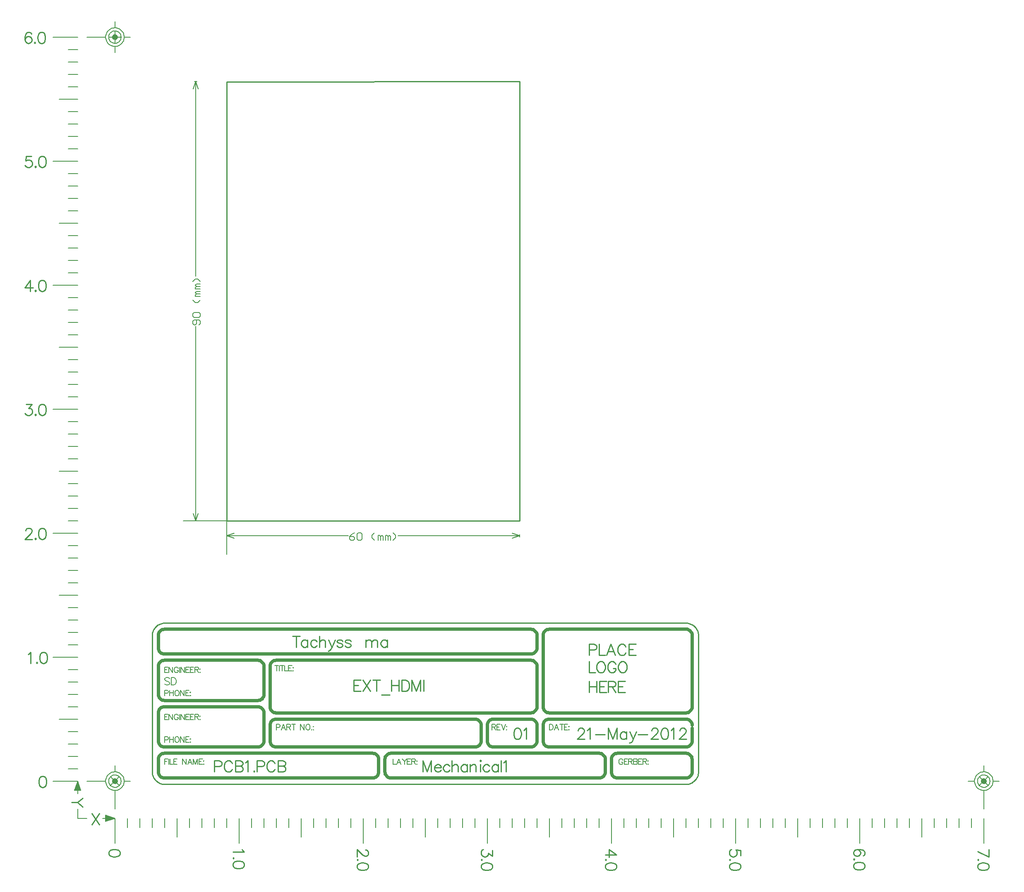
<source format=gm1>
%FSLAX44Y44*%
%MOMM*%
G71*
G01*
G75*
%ADD10R,0.5000X0.5000*%
%ADD11R,1.4000X1.2000*%
%ADD12R,0.5080X0.6350*%
%ADD13R,0.3000X0.9000*%
%ADD14R,0.9000X0.3000*%
%ADD15R,5.2000X5.2000*%
%ADD16R,1.6000X1.6000*%
%ADD17R,1.1000X0.6000*%
%ADD18R,6.7000X6.7000*%
%ADD19R,3.0000X1.6000*%
%ADD20R,2.6000X0.3000*%
%ADD21R,0.6350X0.5080*%
%ADD22R,0.6000X1.1000*%
%ADD23R,0.5000X1.0000*%
%ADD24C,0.5000*%
%ADD25C,0.3000*%
%ADD26C,0.2000*%
%ADD27C,0.2286*%
%ADD28C,0.6350*%
%ADD29C,0.2540*%
%ADD30C,0.2032*%
%ADD31C,0.2500*%
%ADD32C,0.1270*%
%ADD33C,0.1524*%
%ADD34C,2.4000*%
%ADD35R,1.6000X2.0000*%
%ADD36O,1.6000X2.0000*%
%ADD37C,6.0000*%
%ADD38C,2.3000*%
%ADD39C,3.3000*%
%ADD40C,2.0000*%
%ADD41R,2.0000X2.0000*%
%ADD42C,0.8000*%
%ADD43C,1.0000*%
%ADD44C,0.4000*%
%ADD45R,0.7000X0.7000*%
%ADD46R,1.6000X1.4000*%
%ADD47R,0.7080X0.8350*%
%ADD48R,0.5000X1.1000*%
%ADD49R,1.1000X0.5000*%
%ADD50R,5.4000X5.4000*%
%ADD51R,1.8000X1.8000*%
%ADD52R,1.3000X0.8000*%
%ADD53R,6.9000X6.9000*%
%ADD54R,3.2000X1.8000*%
%ADD55R,2.8000X0.5000*%
%ADD56R,0.8350X0.7080*%
%ADD57R,0.8000X1.3000*%
%ADD58R,0.7000X1.2000*%
%ADD59C,2.6000*%
%ADD60R,1.8000X2.2000*%
%ADD61O,1.8000X2.2000*%
%ADD62C,6.2000*%
%ADD63C,2.5000*%
%ADD64C,3.5000*%
%ADD65C,2.2000*%
%ADD66R,2.2000X2.2000*%
%ADD67C,1.2000*%
D26*
X2559398Y1850218D02*
Y1855298D01*
X1959398Y1850218D02*
Y1855298D01*
X2544158Y1847678D02*
X2559398Y1852758D01*
X2544158Y1857838D02*
X2559398Y1852758D01*
X1959398D02*
X1974638Y1847678D01*
X1959398Y1852758D02*
X1974638Y1857838D01*
X2310437Y1852758D02*
X2559398D01*
X1959398D02*
X2208359D01*
X1959398Y1814658D02*
Y1883238D01*
X1893358Y2783238D02*
X1898438D01*
X1893358Y1883238D02*
X1898438D01*
X1895898Y2783238D02*
X1900978Y2767998D01*
X1890818D02*
X1895898Y2783238D01*
Y1883238D02*
X1900978Y1898478D01*
X1890818D02*
X1895898Y1883238D01*
Y2384277D02*
Y2783238D01*
Y1883238D02*
Y2282199D01*
X1870498Y1883238D02*
X1959398D01*
D27*
X2101636Y1647013D02*
Y1624158D01*
X2094018Y1647013D02*
X2109254D01*
X2125035Y1639395D02*
Y1624158D01*
Y1636130D02*
X2122859Y1638306D01*
X2120682Y1639395D01*
X2117417D01*
X2115240Y1638306D01*
X2113064Y1636130D01*
X2111975Y1632865D01*
Y1630688D01*
X2113064Y1627423D01*
X2115240Y1625246D01*
X2117417Y1624158D01*
X2120682D01*
X2122859Y1625246D01*
X2125035Y1627423D01*
X2144190Y1636130D02*
X2142013Y1638306D01*
X2139837Y1639395D01*
X2136572D01*
X2134395Y1638306D01*
X2132218Y1636130D01*
X2131130Y1632865D01*
Y1630688D01*
X2132218Y1627423D01*
X2134395Y1625246D01*
X2136572Y1624158D01*
X2139837D01*
X2142013Y1625246D01*
X2144190Y1627423D01*
X2149088Y1647013D02*
Y1624158D01*
Y1635042D02*
X2152353Y1638306D01*
X2154529Y1639395D01*
X2157794D01*
X2159971Y1638306D01*
X2161059Y1635042D01*
Y1624158D01*
X2168134Y1639395D02*
X2174664Y1624158D01*
X2181194Y1639395D02*
X2174664Y1624158D01*
X2172487Y1619805D01*
X2170310Y1617628D01*
X2168134Y1616540D01*
X2167045D01*
X2196974Y1636130D02*
X2195886Y1638306D01*
X2192621Y1639395D01*
X2189356D01*
X2186091Y1638306D01*
X2185003Y1636130D01*
X2186091Y1633953D01*
X2188268Y1632865D01*
X2193709Y1631776D01*
X2195886Y1630688D01*
X2196974Y1628512D01*
Y1627423D01*
X2195886Y1625246D01*
X2192621Y1624158D01*
X2189356D01*
X2186091Y1625246D01*
X2185003Y1627423D01*
X2213735Y1636130D02*
X2212646Y1638306D01*
X2209382Y1639395D01*
X2206116D01*
X2202852Y1638306D01*
X2201763Y1636130D01*
X2202852Y1633953D01*
X2205028Y1632865D01*
X2210470Y1631776D01*
X2212646Y1630688D01*
X2213735Y1628512D01*
Y1627423D01*
X2212646Y1625246D01*
X2209382Y1624158D01*
X2206116D01*
X2202852Y1625246D01*
X2201763Y1627423D01*
X2243664Y1639395D02*
Y1624158D01*
Y1635042D02*
X2246929Y1638306D01*
X2249106Y1639395D01*
X2252371D01*
X2254548Y1638306D01*
X2255636Y1635042D01*
Y1624158D01*
Y1635042D02*
X2258901Y1638306D01*
X2261078Y1639395D01*
X2264343D01*
X2266519Y1638306D01*
X2267608Y1635042D01*
Y1624158D01*
X2287851Y1639395D02*
Y1624158D01*
Y1636130D02*
X2285674Y1638306D01*
X2283497Y1639395D01*
X2280232D01*
X2278056Y1638306D01*
X2275879Y1636130D01*
X2274791Y1632865D01*
Y1630688D01*
X2275879Y1627423D01*
X2278056Y1625246D01*
X2280232Y1624158D01*
X2283497D01*
X2285674Y1625246D01*
X2287851Y1627423D01*
X2233896Y1556843D02*
X2219748D01*
Y1533988D01*
X2233896D01*
X2219748Y1545960D02*
X2228454D01*
X2237705Y1556843D02*
X2252942Y1533988D01*
Y1556843D02*
X2237705Y1533988D01*
X2265676Y1556843D02*
Y1533988D01*
X2258057Y1556843D02*
X2273294D01*
X2276015Y1526370D02*
X2293428D01*
X2296367Y1556843D02*
Y1533988D01*
X2311603Y1556843D02*
Y1533988D01*
X2296367Y1545960D02*
X2311603D01*
X2317916Y1556843D02*
Y1533988D01*
Y1556843D02*
X2325534D01*
X2328799Y1555755D01*
X2330976Y1553578D01*
X2332064Y1551402D01*
X2333152Y1548136D01*
Y1542695D01*
X2332064Y1539430D01*
X2330976Y1537253D01*
X2328799Y1535076D01*
X2325534Y1533988D01*
X2317916D01*
X2338268Y1556843D02*
Y1533988D01*
Y1556843D02*
X2346974Y1533988D01*
X2355681Y1556843D02*
X2346974Y1533988D01*
X2355681Y1556843D02*
Y1533988D01*
X2362211Y1556843D02*
Y1533988D01*
X1933998Y1379772D02*
X1943793D01*
X1947058Y1380860D01*
X1948146Y1381948D01*
X1949234Y1384125D01*
Y1387390D01*
X1948146Y1389567D01*
X1947058Y1390655D01*
X1943793Y1391743D01*
X1933998D01*
Y1368888D01*
X1970675Y1386302D02*
X1969586Y1388478D01*
X1967410Y1390655D01*
X1965233Y1391743D01*
X1960880D01*
X1958703Y1390655D01*
X1956526Y1388478D01*
X1955438Y1386302D01*
X1954350Y1383036D01*
Y1377595D01*
X1955438Y1374330D01*
X1956526Y1372153D01*
X1958703Y1369977D01*
X1960880Y1368888D01*
X1965233D01*
X1967410Y1369977D01*
X1969586Y1372153D01*
X1970675Y1374330D01*
X1977096Y1391743D02*
Y1368888D01*
Y1391743D02*
X1986891D01*
X1990156Y1390655D01*
X1991244Y1389567D01*
X1992333Y1387390D01*
Y1385213D01*
X1991244Y1383036D01*
X1990156Y1381948D01*
X1986891Y1380860D01*
X1977096D02*
X1986891D01*
X1990156Y1379772D01*
X1991244Y1378683D01*
X1992333Y1376507D01*
Y1373241D01*
X1991244Y1371065D01*
X1990156Y1369977D01*
X1986891Y1368888D01*
X1977096D01*
X1997448Y1387390D02*
X1999624Y1388478D01*
X2002890Y1391743D01*
Y1368888D01*
X2015297Y1371065D02*
X2014208Y1369977D01*
X2015297Y1368888D01*
X2016385Y1369977D01*
X2015297Y1371065D01*
X2021391Y1379772D02*
X2031186D01*
X2034451Y1380860D01*
X2035540Y1381948D01*
X2036628Y1384125D01*
Y1387390D01*
X2035540Y1389567D01*
X2034451Y1390655D01*
X2031186Y1391743D01*
X2021391D01*
Y1368888D01*
X2058068Y1386302D02*
X2056980Y1388478D01*
X2054803Y1390655D01*
X2052627Y1391743D01*
X2048273D01*
X2046096Y1390655D01*
X2043920Y1388478D01*
X2042832Y1386302D01*
X2041743Y1383036D01*
Y1377595D01*
X2042832Y1374330D01*
X2043920Y1372153D01*
X2046096Y1369977D01*
X2048273Y1368888D01*
X2052627D01*
X2054803Y1369977D01*
X2056980Y1372153D01*
X2058068Y1374330D01*
X2064489Y1391743D02*
Y1368888D01*
Y1391743D02*
X2074285D01*
X2077549Y1390655D01*
X2078638Y1389567D01*
X2079726Y1387390D01*
Y1385213D01*
X2078638Y1383036D01*
X2077549Y1381948D01*
X2074285Y1380860D01*
X2064489D02*
X2074285D01*
X2077549Y1379772D01*
X2078638Y1378683D01*
X2079726Y1376507D01*
Y1373241D01*
X2078638Y1371065D01*
X2077549Y1369977D01*
X2074285Y1368888D01*
X2064489D01*
X2360718Y1391743D02*
Y1368888D01*
Y1391743D02*
X2369424Y1368888D01*
X2378131Y1391743D02*
X2369424Y1368888D01*
X2378131Y1391743D02*
Y1368888D01*
X2384661Y1377595D02*
X2397721D01*
Y1379772D01*
X2396633Y1381948D01*
X2395544Y1383036D01*
X2393368Y1384125D01*
X2390103D01*
X2387926Y1383036D01*
X2385750Y1380860D01*
X2384661Y1377595D01*
Y1375418D01*
X2385750Y1372153D01*
X2387926Y1369977D01*
X2390103Y1368888D01*
X2393368D01*
X2395544Y1369977D01*
X2397721Y1372153D01*
X2415679Y1380860D02*
X2413502Y1383036D01*
X2411325Y1384125D01*
X2408060D01*
X2405884Y1383036D01*
X2403707Y1380860D01*
X2402619Y1377595D01*
Y1375418D01*
X2403707Y1372153D01*
X2405884Y1369977D01*
X2408060Y1368888D01*
X2411325D01*
X2413502Y1369977D01*
X2415679Y1372153D01*
X2420576Y1391743D02*
Y1368888D01*
Y1379772D02*
X2423841Y1383036D01*
X2426018Y1384125D01*
X2429283D01*
X2431460Y1383036D01*
X2432548Y1379772D01*
Y1368888D01*
X2451594Y1384125D02*
Y1368888D01*
Y1380860D02*
X2449417Y1383036D01*
X2447240Y1384125D01*
X2443976D01*
X2441799Y1383036D01*
X2439622Y1380860D01*
X2438534Y1377595D01*
Y1375418D01*
X2439622Y1372153D01*
X2441799Y1369977D01*
X2443976Y1368888D01*
X2447240D01*
X2449417Y1369977D01*
X2451594Y1372153D01*
X2457689Y1384125D02*
Y1368888D01*
Y1379772D02*
X2460954Y1383036D01*
X2463130Y1384125D01*
X2466395D01*
X2468572Y1383036D01*
X2469660Y1379772D01*
Y1368888D01*
X2477823Y1391743D02*
X2478911Y1390655D01*
X2480000Y1391743D01*
X2478911Y1392832D01*
X2477823Y1391743D01*
X2478911Y1384125D02*
Y1368888D01*
X2497086Y1380860D02*
X2494910Y1383036D01*
X2492733Y1384125D01*
X2489468D01*
X2487291Y1383036D01*
X2485115Y1380860D01*
X2484026Y1377595D01*
Y1375418D01*
X2485115Y1372153D01*
X2487291Y1369977D01*
X2489468Y1368888D01*
X2492733D01*
X2494910Y1369977D01*
X2497086Y1372153D01*
X2515044Y1384125D02*
Y1368888D01*
Y1380860D02*
X2512867Y1383036D01*
X2510691Y1384125D01*
X2507426D01*
X2505249Y1383036D01*
X2503072Y1380860D01*
X2501984Y1377595D01*
Y1375418D01*
X2503072Y1372153D01*
X2505249Y1369977D01*
X2507426Y1368888D01*
X2510691D01*
X2512867Y1369977D01*
X2515044Y1372153D01*
X2521139Y1391743D02*
Y1368888D01*
X2525927Y1387390D02*
X2528104Y1388478D01*
X2531369Y1391743D01*
Y1368888D01*
X2553303Y1458418D02*
X2550038Y1457330D01*
X2547861Y1454065D01*
X2546773Y1448623D01*
Y1445358D01*
X2547861Y1439917D01*
X2550038Y1436651D01*
X2553303Y1435563D01*
X2555479D01*
X2558744Y1436651D01*
X2560921Y1439917D01*
X2562009Y1445358D01*
Y1448623D01*
X2560921Y1454065D01*
X2558744Y1457330D01*
X2555479Y1458418D01*
X2553303D01*
X2567125Y1454065D02*
X2569301Y1455153D01*
X2572566Y1458418D01*
Y1435563D01*
X2701078Y1618531D02*
X2710873D01*
X2714138Y1619620D01*
X2715226Y1620708D01*
X2716314Y1622885D01*
Y1626150D01*
X2715226Y1628327D01*
X2714138Y1629415D01*
X2710873Y1630503D01*
X2701078D01*
Y1607648D01*
X2721430Y1630503D02*
Y1607648D01*
X2734490D01*
X2754406D02*
X2745699Y1630503D01*
X2736993Y1607648D01*
X2740258Y1615267D02*
X2751141D01*
X2776064Y1625061D02*
X2774976Y1627238D01*
X2772799Y1629415D01*
X2770623Y1630503D01*
X2766269D01*
X2764092Y1629415D01*
X2761916Y1627238D01*
X2760827Y1625061D01*
X2759739Y1621797D01*
Y1616355D01*
X2760827Y1613090D01*
X2761916Y1610913D01*
X2764092Y1608737D01*
X2766269Y1607648D01*
X2770623D01*
X2772799Y1608737D01*
X2774976Y1610913D01*
X2776064Y1613090D01*
X2796634Y1630503D02*
X2782485D01*
Y1607648D01*
X2796634D01*
X2782485Y1619620D02*
X2791192D01*
X2701078Y1594943D02*
Y1572088D01*
X2714138D01*
X2723171Y1594943D02*
X2720994Y1593855D01*
X2718818Y1591678D01*
X2717729Y1589501D01*
X2716641Y1586237D01*
Y1580795D01*
X2717729Y1577530D01*
X2718818Y1575353D01*
X2720994Y1573177D01*
X2723171Y1572088D01*
X2727524D01*
X2729701Y1573177D01*
X2731878Y1575353D01*
X2732966Y1577530D01*
X2734054Y1580795D01*
Y1586237D01*
X2732966Y1589501D01*
X2731878Y1591678D01*
X2729701Y1593855D01*
X2727524Y1594943D01*
X2723171D01*
X2755712Y1589501D02*
X2754624Y1591678D01*
X2752447Y1593855D01*
X2750271Y1594943D01*
X2745917D01*
X2743741Y1593855D01*
X2741564Y1591678D01*
X2740475Y1589501D01*
X2739387Y1586237D01*
Y1580795D01*
X2740475Y1577530D01*
X2741564Y1575353D01*
X2743741Y1573177D01*
X2745917Y1572088D01*
X2750271D01*
X2752447Y1573177D01*
X2754624Y1575353D01*
X2755712Y1577530D01*
Y1580795D01*
X2750271D02*
X2755712D01*
X2767466Y1594943D02*
X2765290Y1593855D01*
X2763113Y1591678D01*
X2762025Y1589501D01*
X2760936Y1586237D01*
Y1580795D01*
X2762025Y1577530D01*
X2763113Y1575353D01*
X2765290Y1573177D01*
X2767466Y1572088D01*
X2771820D01*
X2773996Y1573177D01*
X2776173Y1575353D01*
X2777261Y1577530D01*
X2778350Y1580795D01*
Y1586237D01*
X2777261Y1589501D01*
X2776173Y1591678D01*
X2773996Y1593855D01*
X2771820Y1594943D01*
X2767466D01*
X2701078Y1554303D02*
Y1531448D01*
X2716314Y1554303D02*
Y1531448D01*
X2701078Y1543420D02*
X2716314D01*
X2736775Y1554303D02*
X2722627D01*
Y1531448D01*
X2736775D01*
X2722627Y1543420D02*
X2731334D01*
X2740584Y1554303D02*
Y1531448D01*
Y1554303D02*
X2750379D01*
X2753644Y1553215D01*
X2754733Y1552127D01*
X2755821Y1549950D01*
Y1547773D01*
X2754733Y1545596D01*
X2753644Y1544508D01*
X2750379Y1543420D01*
X2740584D01*
X2748203D02*
X2755821Y1531448D01*
X2775085Y1554303D02*
X2760936D01*
Y1531448D01*
X2775085D01*
X2760936Y1543420D02*
X2769643D01*
X2678036Y1452977D02*
Y1454065D01*
X2679124Y1456242D01*
X2680213Y1457330D01*
X2682390Y1458418D01*
X2686743D01*
X2688919Y1457330D01*
X2690008Y1456242D01*
X2691096Y1454065D01*
Y1451888D01*
X2690008Y1449711D01*
X2687831Y1446447D01*
X2676948Y1435563D01*
X2692184D01*
X2697299Y1454065D02*
X2699476Y1455153D01*
X2702741Y1458418D01*
Y1435563D01*
X2714060Y1445358D02*
X2733650D01*
X2740398Y1458418D02*
Y1435563D01*
Y1458418D02*
X2749105Y1435563D01*
X2757811Y1458418D02*
X2749105Y1435563D01*
X2757811Y1458418D02*
Y1435563D01*
X2777401Y1450800D02*
Y1435563D01*
Y1447535D02*
X2775225Y1449711D01*
X2773048Y1450800D01*
X2769783D01*
X2767606Y1449711D01*
X2765430Y1447535D01*
X2764341Y1444270D01*
Y1442093D01*
X2765430Y1438828D01*
X2767606Y1436651D01*
X2769783Y1435563D01*
X2773048D01*
X2775225Y1436651D01*
X2777401Y1438828D01*
X2784584Y1450800D02*
X2791115Y1435563D01*
X2797644Y1450800D02*
X2791115Y1435563D01*
X2788938Y1431210D01*
X2786761Y1429033D01*
X2784584Y1427945D01*
X2783496D01*
X2801454Y1445358D02*
X2821044D01*
X2828880Y1452977D02*
Y1454065D01*
X2829968Y1456242D01*
X2831057Y1457330D01*
X2833233Y1458418D01*
X2837586D01*
X2839763Y1457330D01*
X2840851Y1456242D01*
X2841940Y1454065D01*
Y1451888D01*
X2840851Y1449711D01*
X2838675Y1446447D01*
X2827791Y1435563D01*
X2843028D01*
X2854673Y1458418D02*
X2851408Y1457330D01*
X2849232Y1454065D01*
X2848143Y1448623D01*
Y1445358D01*
X2849232Y1439917D01*
X2851408Y1436651D01*
X2854673Y1435563D01*
X2856850D01*
X2860115Y1436651D01*
X2862292Y1439917D01*
X2863380Y1445358D01*
Y1448623D01*
X2862292Y1454065D01*
X2860115Y1457330D01*
X2856850Y1458418D01*
X2854673D01*
X2868495Y1454065D02*
X2870672Y1455153D01*
X2873937Y1458418D01*
Y1435563D01*
X2886344Y1452977D02*
Y1454065D01*
X2887432Y1456242D01*
X2888521Y1457330D01*
X2890697Y1458418D01*
X2895051D01*
X2897227Y1457330D01*
X2898316Y1456242D01*
X2899404Y1454065D01*
Y1451888D01*
X2898316Y1449711D01*
X2896139Y1446447D01*
X2885256Y1435563D01*
X2900492D01*
X1664753Y1314913D02*
X1653869Y1306206D01*
X1641898D01*
X1664753Y1297500D02*
X1653869Y1306206D01*
X1683173Y1283793D02*
X1698409Y1260938D01*
Y1283793D02*
X1683173Y1260938D01*
X3261688Y1197078D02*
X3263864Y1198166D01*
X3264953Y1201431D01*
Y1203608D01*
X3263864Y1206873D01*
X3260599Y1209050D01*
X3255158Y1210138D01*
X3249716D01*
X3245363Y1209050D01*
X3243186Y1206873D01*
X3242098Y1203608D01*
Y1202520D01*
X3243186Y1199255D01*
X3245363Y1197078D01*
X3248628Y1195990D01*
X3249716D01*
X3252981Y1197078D01*
X3255158Y1199255D01*
X3256246Y1202520D01*
Y1203608D01*
X3255158Y1206873D01*
X3252981Y1209050D01*
X3249716Y1210138D01*
X3244274Y1189895D02*
X3243186Y1190983D01*
X3242098Y1189895D01*
X3243186Y1188807D01*
X3244274Y1189895D01*
X3264953Y1177270D02*
X3263864Y1180535D01*
X3260599Y1182712D01*
X3255158Y1183800D01*
X3251893D01*
X3246451Y1182712D01*
X3243186Y1180535D01*
X3242098Y1177270D01*
Y1175094D01*
X3243186Y1171829D01*
X3246451Y1169652D01*
X3251893Y1168564D01*
X3255158D01*
X3260599Y1169652D01*
X3263864Y1171829D01*
X3264953Y1175094D01*
Y1177270D01*
X2756953Y1199255D02*
X2741716Y1210138D01*
Y1193813D01*
X2756953Y1199255D02*
X2734098D01*
X2736274Y1188698D02*
X2735186Y1189786D01*
X2734098Y1188698D01*
X2735186Y1187609D01*
X2736274Y1188698D01*
X2756953Y1176073D02*
X2755864Y1179338D01*
X2752599Y1181515D01*
X2747158Y1182603D01*
X2743893D01*
X2738451Y1181515D01*
X2735186Y1179338D01*
X2734098Y1176073D01*
Y1173896D01*
X2735186Y1170631D01*
X2738451Y1168455D01*
X2743893Y1167366D01*
X2747158D01*
X2752599Y1168455D01*
X2755864Y1170631D01*
X2756953Y1173896D01*
Y1176073D01*
X2243511Y1209050D02*
X2244599D01*
X2246776Y1207962D01*
X2247864Y1206873D01*
X2248953Y1204696D01*
Y1200343D01*
X2247864Y1198166D01*
X2246776Y1197078D01*
X2244599Y1195990D01*
X2242423D01*
X2240246Y1197078D01*
X2236981Y1199255D01*
X2226098Y1210138D01*
Y1194901D01*
X2228274Y1188698D02*
X2227186Y1189786D01*
X2226098Y1188698D01*
X2227186Y1187609D01*
X2228274Y1188698D01*
X2248953Y1176073D02*
X2247864Y1179338D01*
X2244599Y1181515D01*
X2239158Y1182603D01*
X2235893D01*
X2230451Y1181515D01*
X2227186Y1179338D01*
X2226098Y1176073D01*
Y1173896D01*
X2227186Y1170631D01*
X2230451Y1168455D01*
X2235893Y1167366D01*
X2239158D01*
X2244599Y1168455D01*
X2247864Y1170631D01*
X2248953Y1173896D01*
Y1176073D01*
X1740953Y1203608D02*
X1739864Y1206873D01*
X1736599Y1209050D01*
X1731158Y1210138D01*
X1727893D01*
X1722451Y1209050D01*
X1719186Y1206873D01*
X1718098Y1203608D01*
Y1201431D01*
X1719186Y1198166D01*
X1722451Y1195990D01*
X1727893Y1194901D01*
X1731158D01*
X1736599Y1195990D01*
X1739864Y1198166D01*
X1740953Y1201431D01*
Y1203608D01*
X1990599Y1210138D02*
X1991688Y1207962D01*
X1994953Y1204696D01*
X1972098D01*
X1974274Y1192289D02*
X1973186Y1193378D01*
X1972098Y1192289D01*
X1973186Y1191201D01*
X1974274Y1192289D01*
X1994953Y1179665D02*
X1993864Y1182930D01*
X1990599Y1185106D01*
X1985158Y1186195D01*
X1981893D01*
X1976451Y1185106D01*
X1973186Y1182930D01*
X1972098Y1179665D01*
Y1177488D01*
X1973186Y1174223D01*
X1976451Y1172046D01*
X1981893Y1170958D01*
X1985158D01*
X1990599Y1172046D01*
X1993864Y1174223D01*
X1994953Y1177488D01*
Y1179665D01*
X2502953Y1207962D02*
Y1195990D01*
X2494246Y1202520D01*
Y1199255D01*
X2493158Y1197078D01*
X2492069Y1195990D01*
X2488804Y1194901D01*
X2486628D01*
X2483363Y1195990D01*
X2481186Y1198166D01*
X2480098Y1201431D01*
Y1204696D01*
X2481186Y1207962D01*
X2482274Y1209050D01*
X2484451Y1210138D01*
X2482274Y1188698D02*
X2481186Y1189786D01*
X2480098Y1188698D01*
X2481186Y1187609D01*
X2482274Y1188698D01*
X2502953Y1176073D02*
X2501864Y1179338D01*
X2498599Y1181515D01*
X2493158Y1182603D01*
X2489893D01*
X2484451Y1181515D01*
X2481186Y1179338D01*
X2480098Y1176073D01*
Y1173896D01*
X2481186Y1170631D01*
X2484451Y1168455D01*
X2489893Y1167366D01*
X2493158D01*
X2498599Y1168455D01*
X2501864Y1170631D01*
X2502953Y1173896D01*
Y1176073D01*
X3010953Y1197078D02*
Y1207962D01*
X3001158Y1209050D01*
X3002246Y1207962D01*
X3003334Y1204696D01*
Y1201431D01*
X3002246Y1198166D01*
X3000069Y1195990D01*
X2996805Y1194901D01*
X2994628D01*
X2991363Y1195990D01*
X2989186Y1198166D01*
X2988098Y1201431D01*
Y1204696D01*
X2989186Y1207962D01*
X2990274Y1209050D01*
X2992451Y1210138D01*
X2990274Y1188698D02*
X2989186Y1189786D01*
X2988098Y1188698D01*
X2989186Y1187609D01*
X2990274Y1188698D01*
X3010953Y1176073D02*
X3009865Y1179338D01*
X3006599Y1181515D01*
X3001158Y1182603D01*
X2997893D01*
X2992451Y1181515D01*
X2989186Y1179338D01*
X2988098Y1176073D01*
Y1173896D01*
X2989186Y1170631D01*
X2992451Y1168455D01*
X2997893Y1167366D01*
X3001158D01*
X3006599Y1168455D01*
X3009865Y1170631D01*
X3010953Y1173896D01*
Y1176073D01*
X3518953Y1194901D02*
X3496098Y1205785D01*
X3518953Y1210138D02*
Y1194901D01*
X3498275Y1188698D02*
X3497186Y1189786D01*
X3496098Y1188698D01*
X3497186Y1187609D01*
X3498275Y1188698D01*
X3518953Y1176073D02*
X3517864Y1179338D01*
X3514599Y1181515D01*
X3509158Y1182603D01*
X3505893D01*
X3500451Y1181515D01*
X3497186Y1179338D01*
X3496098Y1176073D01*
Y1173896D01*
X3497186Y1170631D01*
X3500451Y1168455D01*
X3505893Y1167366D01*
X3509158D01*
X3514599Y1168455D01*
X3517864Y1170631D01*
X3518953Y1173896D01*
Y1176073D01*
X1559708Y2629993D02*
X1548824D01*
X1547736Y2620198D01*
X1548824Y2621287D01*
X1552089Y2622375D01*
X1555354D01*
X1558619Y2621287D01*
X1560796Y2619110D01*
X1561884Y2615845D01*
Y2613668D01*
X1560796Y2610403D01*
X1558619Y2608227D01*
X1555354Y2607138D01*
X1552089D01*
X1548824Y2608227D01*
X1547736Y2609315D01*
X1546648Y2611491D01*
X1568088Y2609315D02*
X1567000Y2608227D01*
X1568088Y2607138D01*
X1569176Y2608227D01*
X1568088Y2609315D01*
X1580713Y2629993D02*
X1577448Y2628905D01*
X1575271Y2625640D01*
X1574183Y2620198D01*
Y2616933D01*
X1575271Y2611491D01*
X1577448Y2608227D01*
X1580713Y2607138D01*
X1582889D01*
X1586154Y2608227D01*
X1588331Y2611491D01*
X1589419Y2616933D01*
Y2620198D01*
X1588331Y2625640D01*
X1586154Y2628905D01*
X1582889Y2629993D01*
X1580713D01*
X1548824Y2121993D02*
X1560796D01*
X1554266Y2113286D01*
X1557531D01*
X1559708Y2112198D01*
X1560796Y2111110D01*
X1561884Y2107845D01*
Y2105668D01*
X1560796Y2102403D01*
X1558619Y2100226D01*
X1555354Y2099138D01*
X1552089D01*
X1548824Y2100226D01*
X1547736Y2101315D01*
X1546648Y2103492D01*
X1568088Y2101315D02*
X1567000Y2100226D01*
X1568088Y2099138D01*
X1569176Y2100226D01*
X1568088Y2101315D01*
X1580713Y2121993D02*
X1577448Y2120905D01*
X1575271Y2117640D01*
X1574183Y2112198D01*
Y2108933D01*
X1575271Y2103492D01*
X1577448Y2100226D01*
X1580713Y2099138D01*
X1582889D01*
X1586154Y2100226D01*
X1588331Y2103492D01*
X1589419Y2108933D01*
Y2112198D01*
X1588331Y2117640D01*
X1586154Y2120905D01*
X1582889Y2121993D01*
X1580713D01*
X1552998Y1609640D02*
X1555174Y1610728D01*
X1558439Y1613993D01*
Y1591138D01*
X1570846Y1593315D02*
X1569758Y1592227D01*
X1570846Y1591138D01*
X1571935Y1592227D01*
X1570846Y1593315D01*
X1583471Y1613993D02*
X1580206Y1612905D01*
X1578029Y1609640D01*
X1576941Y1604198D01*
Y1600933D01*
X1578029Y1595491D01*
X1580206Y1592227D01*
X1583471Y1591138D01*
X1585648D01*
X1588913Y1592227D01*
X1591089Y1595491D01*
X1592178Y1600933D01*
Y1604198D01*
X1591089Y1609640D01*
X1588913Y1612905D01*
X1585648Y1613993D01*
X1583471D01*
X1581753Y1359993D02*
X1578488Y1358905D01*
X1576311Y1355640D01*
X1575223Y1350198D01*
Y1346933D01*
X1576311Y1341492D01*
X1578488Y1338226D01*
X1581753Y1337138D01*
X1583929D01*
X1587194Y1338226D01*
X1589371Y1341492D01*
X1590459Y1346933D01*
Y1350198D01*
X1589371Y1355640D01*
X1587194Y1358905D01*
X1583929Y1359993D01*
X1581753D01*
X1547736Y1862552D02*
Y1863640D01*
X1548824Y1865817D01*
X1549913Y1866905D01*
X1552089Y1867993D01*
X1556443D01*
X1558619Y1866905D01*
X1559708Y1865817D01*
X1560796Y1863640D01*
Y1861463D01*
X1559708Y1859286D01*
X1557531Y1856022D01*
X1546648Y1845138D01*
X1561884D01*
X1568088Y1847315D02*
X1567000Y1846227D01*
X1568088Y1845138D01*
X1569176Y1846227D01*
X1568088Y1847315D01*
X1580713Y1867993D02*
X1577448Y1866905D01*
X1575271Y1863640D01*
X1574183Y1858198D01*
Y1854933D01*
X1575271Y1849491D01*
X1577448Y1846227D01*
X1580713Y1845138D01*
X1582889D01*
X1586154Y1846227D01*
X1588331Y1849491D01*
X1589419Y1854933D01*
Y1858198D01*
X1588331Y1863640D01*
X1586154Y1866905D01*
X1582889Y1867993D01*
X1580713D01*
X1557531Y2375993D02*
X1546648Y2360757D01*
X1562973D01*
X1557531Y2375993D02*
Y2353138D01*
X1568088Y2355315D02*
X1567000Y2354227D01*
X1568088Y2353138D01*
X1569176Y2354227D01*
X1568088Y2355315D01*
X1580713Y2375993D02*
X1577448Y2374905D01*
X1575271Y2371640D01*
X1574183Y2366198D01*
Y2362933D01*
X1575271Y2357491D01*
X1577448Y2354227D01*
X1580713Y2353138D01*
X1582889D01*
X1586154Y2354227D01*
X1588331Y2357491D01*
X1589419Y2362933D01*
Y2366198D01*
X1588331Y2371640D01*
X1586154Y2374905D01*
X1582889Y2375993D01*
X1580713D01*
X1559708Y2880728D02*
X1558619Y2882905D01*
X1555354Y2883993D01*
X1553178D01*
X1549913Y2882905D01*
X1547736Y2879640D01*
X1546648Y2874198D01*
Y2868756D01*
X1547736Y2864403D01*
X1549913Y2862227D01*
X1553178Y2861138D01*
X1554266D01*
X1557531Y2862227D01*
X1559708Y2864403D01*
X1560796Y2867668D01*
Y2868756D01*
X1559708Y2872021D01*
X1557531Y2874198D01*
X1554266Y2875287D01*
X1553178D01*
X1549913Y2874198D01*
X1547736Y2872021D01*
X1546648Y2868756D01*
X1566891Y2863315D02*
X1565802Y2862227D01*
X1566891Y2861138D01*
X1567979Y2862227D01*
X1566891Y2863315D01*
X1579516Y2883993D02*
X1576250Y2882905D01*
X1574074Y2879640D01*
X1572986Y2874198D01*
Y2870933D01*
X1574074Y2865492D01*
X1576250Y2862227D01*
X1579516Y2861138D01*
X1581692D01*
X1584957Y2862227D01*
X1587134Y2865492D01*
X1588222Y2870933D01*
Y2874198D01*
X1587134Y2879640D01*
X1584957Y2882905D01*
X1581692Y2883993D01*
X1579516D01*
D28*
X2270548Y1394288D02*
X2270304Y1396766D01*
X2269581Y1399148D01*
X2268407Y1401344D01*
X2266828Y1403268D01*
X2264903Y1404848D01*
X2262708Y1406021D01*
X2260325Y1406744D01*
X2257848Y1406988D01*
X2258143Y1356187D02*
X2260604Y1356395D01*
X2262973Y1357094D01*
X2265153Y1358255D01*
X2267054Y1359833D01*
X2268597Y1361761D01*
X2269721Y1363960D01*
X2270379Y1366341D01*
X2270543Y1368806D01*
X2295948Y1406988D02*
X2293470Y1406744D01*
X2291088Y1406021D01*
X2288892Y1404848D01*
X2286967Y1403268D01*
X2285388Y1401344D01*
X2284214Y1399148D01*
X2283492Y1396766D01*
X2283248Y1394288D01*
Y1368888D02*
X2283486Y1366438D01*
X2284193Y1364079D01*
X2285342Y1361902D01*
X2286889Y1359987D01*
X2288777Y1358406D01*
X2290934Y1357220D01*
X2293280Y1356472D01*
X2295726Y1356190D01*
X2734098Y1394288D02*
X2733854Y1396766D01*
X2733131Y1399148D01*
X2731957Y1401344D01*
X2730378Y1403268D01*
X2728453Y1404848D01*
X2726258Y1406021D01*
X2723875Y1406744D01*
X2721398Y1406988D01*
X2721693Y1356187D02*
X2724154Y1356395D01*
X2726523Y1357094D01*
X2728703Y1358255D01*
X2730604Y1359833D01*
X2732148Y1361761D01*
X2733271Y1363960D01*
X2733929Y1366341D01*
X2734093Y1368806D01*
X2746798Y1368634D02*
X2747042Y1366179D01*
X2747766Y1363821D01*
X2748941Y1361652D01*
X2750520Y1359757D01*
X2752442Y1358211D01*
X2754632Y1357074D01*
X2757002Y1356392D01*
X2759461Y1356190D01*
X2759498Y1406988D02*
X2757020Y1406744D01*
X2754637Y1406021D01*
X2752442Y1404848D01*
X2750517Y1403268D01*
X2748938Y1401344D01*
X2747764Y1399148D01*
X2747042Y1396766D01*
X2746798Y1394288D01*
X2035598Y1585042D02*
X2035358Y1587470D01*
X2034650Y1589805D01*
X2033500Y1591957D01*
X2031952Y1593843D01*
X2030066Y1595391D01*
X2027915Y1596541D01*
X2025580Y1597249D01*
X2023152Y1597488D01*
X2023406Y1514938D02*
X2025784Y1515172D01*
X2028071Y1515866D01*
X2030179Y1516993D01*
X2032027Y1518509D01*
X2033543Y1520357D01*
X2034670Y1522464D01*
X2035363Y1524752D01*
X2035598Y1527130D01*
Y1489792D02*
X2035348Y1492274D01*
X2034608Y1494655D01*
X2033409Y1496842D01*
X2031797Y1498745D01*
X2029839Y1500289D01*
X2027612Y1501411D01*
X2025206Y1502068D01*
X2022717Y1502231D01*
X2048298Y1501984D02*
X2048537Y1499556D01*
X2049245Y1497221D01*
X2050395Y1495069D01*
X2051943Y1493183D01*
X2053829Y1491636D01*
X2055981Y1490486D01*
X2058316Y1489777D01*
X2060744Y1489538D01*
X2048298Y1432134D02*
X2048537Y1429706D01*
X2049245Y1427371D01*
X2050395Y1425220D01*
X2051943Y1423333D01*
X2053829Y1421786D01*
X2055981Y1420636D01*
X2058316Y1419927D01*
X2060744Y1419688D01*
X2023152D02*
X2025580Y1419927D01*
X2027915Y1420636D01*
X2030066Y1421786D01*
X2031952Y1423333D01*
X2033500Y1425220D01*
X2034650Y1427371D01*
X2035358Y1429706D01*
X2035598Y1432134D01*
X2480098Y1464392D02*
X2479859Y1466820D01*
X2479150Y1469155D01*
X2478000Y1471307D01*
X2476452Y1473193D01*
X2474566Y1474741D01*
X2472415Y1475891D01*
X2470080Y1476599D01*
X2467652Y1476838D01*
Y1419688D02*
X2470106Y1419933D01*
X2472465Y1420656D01*
X2474634Y1421831D01*
X2476529Y1423411D01*
X2478075Y1425333D01*
X2479212Y1427522D01*
X2479894Y1429893D01*
X2480096Y1432351D01*
X2492798Y1432642D02*
X2493041Y1430143D01*
X2493762Y1427737D01*
X2494934Y1425516D01*
X2496512Y1423563D01*
X2498438Y1421950D01*
X2500638Y1420740D01*
X2503031Y1419977D01*
X2505526Y1419690D01*
X2504990Y1476838D02*
X2502533Y1476588D01*
X2500177Y1475848D01*
X2498018Y1474648D01*
X2496146Y1473039D01*
X2494636Y1471084D01*
X2493551Y1468866D01*
X2492936Y1466474D01*
X2492814Y1464008D01*
X2060998Y1476838D02*
X2058520Y1476594D01*
X2056138Y1475871D01*
X2053942Y1474698D01*
X2052017Y1473118D01*
X2050438Y1471194D01*
X2049264Y1468998D01*
X2048542Y1466616D01*
X2048298Y1464138D01*
X2060998Y1597488D02*
X2058520Y1597244D01*
X2056138Y1596521D01*
X2053942Y1595348D01*
X2052017Y1593768D01*
X2050438Y1591844D01*
X2049264Y1589648D01*
X2048542Y1587266D01*
X2048298Y1584788D01*
X1819698Y1432388D02*
X1819936Y1429938D01*
X1820643Y1427579D01*
X1821792Y1425402D01*
X1823339Y1423487D01*
X1825227Y1421906D01*
X1827384Y1420719D01*
X1829730Y1419971D01*
X1832176Y1419690D01*
X1832398Y1502238D02*
X1829920Y1501994D01*
X1827538Y1501271D01*
X1825342Y1500098D01*
X1823417Y1498518D01*
X1821838Y1496594D01*
X1820664Y1494398D01*
X1819942Y1492016D01*
X1819698Y1489538D01*
Y1527638D02*
X1819942Y1525161D01*
X1820664Y1522778D01*
X1821838Y1520582D01*
X1823417Y1518658D01*
X1825342Y1517079D01*
X1827538Y1515905D01*
X1829920Y1515182D01*
X1832398Y1514938D01*
Y1597488D02*
X1829920Y1597244D01*
X1827538Y1596521D01*
X1825342Y1595348D01*
X1823417Y1593768D01*
X1821838Y1591844D01*
X1820664Y1589648D01*
X1819942Y1587266D01*
X1819698Y1584788D01*
Y1622888D02*
X1819942Y1620410D01*
X1820664Y1618028D01*
X1821838Y1615832D01*
X1823417Y1613908D01*
X1825342Y1612328D01*
X1827538Y1611155D01*
X1829920Y1610432D01*
X1832398Y1610188D01*
Y1660988D02*
X1829920Y1660744D01*
X1827538Y1660021D01*
X1825342Y1658848D01*
X1823417Y1657268D01*
X1821838Y1655344D01*
X1820664Y1653148D01*
X1819942Y1650766D01*
X1819698Y1648288D01*
X2594398D02*
X2594154Y1650766D01*
X2593431Y1653148D01*
X2592257Y1655344D01*
X2590678Y1657268D01*
X2588753Y1658848D01*
X2586558Y1660021D01*
X2584175Y1660744D01*
X2581698Y1660988D01*
X2619798D02*
X2617320Y1660744D01*
X2614938Y1660021D01*
X2612742Y1658848D01*
X2610817Y1657268D01*
X2609238Y1655344D01*
X2608064Y1653148D01*
X2607342Y1650766D01*
X2607098Y1648288D01*
X2581698Y1610188D02*
X2584175Y1610432D01*
X2586558Y1611155D01*
X2588753Y1612328D01*
X2590678Y1613908D01*
X2592257Y1615832D01*
X2593431Y1618028D01*
X2594154Y1620410D01*
X2594398Y1622888D01*
Y1584788D02*
X2594154Y1587266D01*
X2593431Y1589648D01*
X2592257Y1591844D01*
X2590678Y1593768D01*
X2588753Y1595348D01*
X2586558Y1596521D01*
X2584175Y1597244D01*
X2581698Y1597488D01*
X1832398Y1406988D02*
X1829920Y1406744D01*
X1827538Y1406021D01*
X1825342Y1404848D01*
X1823417Y1403268D01*
X1821838Y1401344D01*
X1820664Y1399148D01*
X1819942Y1396766D01*
X1819698Y1394288D01*
X2581919Y1489538D02*
X2584366Y1489819D01*
X2586712Y1490567D01*
X2588870Y1491754D01*
X2590758Y1493335D01*
X2592305Y1495250D01*
X2593454Y1497428D01*
X2594161Y1499787D01*
X2594400Y1502238D01*
X1819698Y1368888D02*
X1819936Y1366438D01*
X1820643Y1364079D01*
X1821792Y1361902D01*
X1823339Y1359987D01*
X1825227Y1358406D01*
X1827384Y1357220D01*
X1829730Y1356472D01*
X1832176Y1356190D01*
X2594398Y1464392D02*
X2594159Y1466820D01*
X2593450Y1469155D01*
X2592300Y1471307D01*
X2590752Y1473193D01*
X2588866Y1474741D01*
X2586714Y1475891D01*
X2584380Y1476599D01*
X2581952Y1476838D01*
X2607098Y1432134D02*
X2607342Y1429679D01*
X2608066Y1427321D01*
X2609241Y1425152D01*
X2610820Y1423257D01*
X2612742Y1421711D01*
X2614932Y1420574D01*
X2617302Y1419892D01*
X2619761Y1419690D01*
X2581698Y1419688D02*
X2584175Y1419932D01*
X2586558Y1420655D01*
X2588753Y1421828D01*
X2590678Y1423408D01*
X2592257Y1425332D01*
X2593431Y1427528D01*
X2594154Y1429910D01*
X2594398Y1432388D01*
X2899198Y1356188D02*
X2901675Y1356432D01*
X2904058Y1357155D01*
X2906253Y1358329D01*
X2908178Y1359908D01*
X2909757Y1361832D01*
X2910931Y1364028D01*
X2911654Y1366411D01*
X2911898Y1368888D01*
X2911898Y1394510D02*
X2911617Y1396956D01*
X2910869Y1399302D01*
X2909682Y1401460D01*
X2908101Y1403348D01*
X2906186Y1404896D01*
X2904008Y1406045D01*
X2901649Y1406752D01*
X2899198Y1406991D01*
Y1419688D02*
X2901675Y1419932D01*
X2904058Y1420655D01*
X2906253Y1421828D01*
X2908178Y1423408D01*
X2909757Y1425332D01*
X2910931Y1427528D01*
X2911654Y1429910D01*
X2911898Y1432388D01*
Y1648542D02*
X2911648Y1651024D01*
X2910908Y1653405D01*
X2909709Y1655592D01*
X2908098Y1657495D01*
X2906139Y1659039D01*
X2903912Y1660161D01*
X2901506Y1660818D01*
X2899017Y1660981D01*
X2607098Y1502238D02*
X2607342Y1499760D01*
X2608064Y1497378D01*
X2609238Y1495182D01*
X2610817Y1493258D01*
X2612742Y1491678D01*
X2614938Y1490505D01*
X2617320Y1489782D01*
X2619798Y1489538D01*
X2899198D02*
X2901675Y1489782D01*
X2904058Y1490505D01*
X2906253Y1491678D01*
X2908178Y1493258D01*
X2909757Y1495182D01*
X2910931Y1497378D01*
X2911654Y1499760D01*
X2911898Y1502238D01*
X2619798Y1476838D02*
X2617320Y1476594D01*
X2614938Y1475871D01*
X2612742Y1474698D01*
X2610817Y1473118D01*
X2609238Y1471194D01*
X2608064Y1468998D01*
X2607342Y1466616D01*
X2607098Y1464138D01*
X2911898Y1464392D02*
X2911659Y1466820D01*
X2910950Y1469155D01*
X2909800Y1471307D01*
X2908252Y1473193D01*
X2906366Y1474741D01*
X2904214Y1475891D01*
X2901880Y1476599D01*
X2899452Y1476838D01*
X2607098Y1432388D02*
Y1464138D01*
X2911898Y1502238D02*
Y1648288D01*
X2607098Y1502238D02*
Y1648288D01*
X1819698Y1368888D02*
Y1394288D01*
X2911898Y1432388D02*
Y1457788D01*
Y1368888D02*
Y1394288D01*
X2594398Y1432388D02*
Y1464138D01*
X2492798Y1432388D02*
Y1464138D01*
X2048298Y1432388D02*
Y1464138D01*
X2480098Y1432388D02*
Y1464138D01*
X2048298Y1502238D02*
Y1584788D01*
X2594398Y1502238D02*
Y1584788D01*
Y1622888D02*
Y1648288D01*
X1819698Y1622888D02*
Y1648288D01*
X2035598Y1527638D02*
Y1584788D01*
X1819698Y1527638D02*
Y1584788D01*
X2035598Y1432388D02*
Y1489538D01*
X1819698Y1432388D02*
Y1489538D01*
X2746798Y1368888D02*
Y1394288D01*
X2734098Y1368888D02*
Y1394288D01*
X2283248Y1368888D02*
Y1394288D01*
X2270548Y1368888D02*
Y1394288D01*
X2619798Y1476838D02*
X2899198D01*
X2619798Y1489538D02*
X2899198D01*
X2060998D02*
X2581698D01*
X2619798Y1660988D02*
X2899198D01*
X2619798Y1419688D02*
X2899198D01*
X2505498Y1476838D02*
X2581698D01*
X2505498Y1419688D02*
X2581698D01*
X2060998D02*
X2467398D01*
X2060998Y1476838D02*
X2467398D01*
X2060998Y1597488D02*
X2581698D01*
X1832398Y1610188D02*
X2581698D01*
X1832398Y1597488D02*
X2022898D01*
X1832398Y1514938D02*
X2022898D01*
X1832398Y1502238D02*
X2022898D01*
X1832398Y1419688D02*
X2022898D01*
X1832398Y1660988D02*
X2581698D01*
X2759498Y1406988D02*
X2899198D01*
X2759498Y1356188D02*
X2899198D01*
X2295948Y1406988D02*
X2721398D01*
X1832398D02*
X2257848D01*
X1832398Y1356188D02*
X2257848D01*
X2295948D02*
X2721398D01*
D29*
X2924598Y1648288D02*
X2924475Y1650778D01*
X2924109Y1653243D01*
X2923504Y1655661D01*
X2922664Y1658008D01*
X2921599Y1660262D01*
X2920317Y1662400D01*
X2918832Y1664402D01*
X2917158Y1666249D01*
X2915311Y1667923D01*
X2913309Y1669408D01*
X2911171Y1670689D01*
X2908918Y1671755D01*
X2906571Y1672594D01*
X2904153Y1673200D01*
X2901687Y1673566D01*
X2899198Y1673688D01*
Y1343488D02*
X2901687Y1343610D01*
X2904153Y1343976D01*
X2906571Y1344582D01*
X2908918Y1345422D01*
X2911171Y1346487D01*
X2913309Y1347769D01*
X2915311Y1349254D01*
X2917158Y1350928D01*
X2918832Y1352775D01*
X2920317Y1354777D01*
X2921599Y1356915D01*
X2922664Y1359168D01*
X2923504Y1361515D01*
X2924109Y1363933D01*
X2924475Y1366398D01*
X2924598Y1368888D01*
X1806998Y1369142D02*
X1807119Y1366655D01*
X1807480Y1364192D01*
X1808078Y1361776D01*
X1808908Y1359428D01*
X1809961Y1357173D01*
X1811228Y1355029D01*
X1812697Y1353019D01*
X1814354Y1351161D01*
X1816183Y1349472D01*
X1818167Y1347968D01*
X1820288Y1346664D01*
X1822525Y1345571D01*
X1824857Y1344701D01*
X1827263Y1344060D01*
X1829720Y1343656D01*
X1832204Y1343492D01*
X1832398Y1673688D02*
X1829908Y1673566D01*
X1827442Y1673200D01*
X1825024Y1672594D01*
X1822677Y1671755D01*
X1820424Y1670689D01*
X1818286Y1669408D01*
X1816284Y1667923D01*
X1814437Y1666249D01*
X1812763Y1664402D01*
X1811278Y1662400D01*
X1809997Y1660262D01*
X1808931Y1658008D01*
X1808091Y1655661D01*
X1807486Y1653243D01*
X1807120Y1650778D01*
X1806998Y1648288D01*
Y1368888D02*
Y1648288D01*
X2924598Y1368888D02*
Y1648288D01*
X1832398Y1673688D02*
X2899198D01*
X1832398Y1343488D02*
X2899198D01*
D30*
X1734610Y1349836D02*
X1733719Y1352285D01*
X1731462Y1353588D01*
X1728895Y1353135D01*
X1727220Y1351139D01*
Y1348533D01*
X1728895Y1346536D01*
X1731462Y1346084D01*
X1733719Y1347387D01*
X1734610Y1349836D01*
X1733340D02*
X1732070Y1352035D01*
X1729530D01*
X1728260Y1349836D01*
X1729530Y1347636D01*
X1732070D01*
X1733340Y1349836D01*
X1735880D02*
X1735298Y1352196D01*
X1733686Y1354016D01*
X1731413Y1354879D01*
X1728999Y1354586D01*
X1726998Y1353204D01*
X1725868Y1351051D01*
Y1348620D01*
X1726998Y1346467D01*
X1728999Y1345086D01*
X1731413Y1344793D01*
X1733686Y1345655D01*
X1735298Y1347475D01*
X1735880Y1349836D01*
X1732070D02*
X1730165Y1350935D01*
Y1348736D01*
X1732070Y1349836D01*
X1731435D02*
X1730165D01*
X1731435D01*
X1749850D02*
X1749680Y1352375D01*
X1749173Y1354868D01*
X1748339Y1357272D01*
X1747191Y1359544D01*
X1745751Y1361642D01*
X1744044Y1363529D01*
X1742100Y1365172D01*
X1739955Y1366541D01*
X1737647Y1367613D01*
X1735216Y1368367D01*
X1732707Y1368790D01*
X1730164Y1368875D01*
X1727632Y1368620D01*
X1725156Y1368030D01*
X1722781Y1367116D01*
X1720550Y1365893D01*
X1718501Y1364383D01*
X1716672Y1362614D01*
X1715095Y1360617D01*
X1713798Y1358427D01*
X1712804Y1356084D01*
X1712132Y1353630D01*
X1711793Y1351108D01*
Y1348563D01*
X1712132Y1346041D01*
X1712804Y1343587D01*
X1713798Y1341244D01*
X1715095Y1339054D01*
X1716672Y1337057D01*
X1718501Y1335288D01*
X1720550Y1333779D01*
X1722781Y1332556D01*
X1725156Y1331641D01*
X1727632Y1331051D01*
X1730164Y1330796D01*
X1732707Y1330881D01*
X1735216Y1331305D01*
X1737647Y1332059D01*
X1739955Y1333130D01*
X1742100Y1334499D01*
X1744044Y1336142D01*
X1745751Y1338029D01*
X1747191Y1340127D01*
X1748339Y1342399D01*
X1749173Y1344803D01*
X1749680Y1347296D01*
X1749850Y1349836D01*
X1743500D02*
X1743240Y1352392D01*
X1742471Y1354844D01*
X1741224Y1357091D01*
X1739550Y1359041D01*
X1737518Y1360613D01*
X1735211Y1361745D01*
X1732723Y1362389D01*
X1730157Y1362519D01*
X1727617Y1362130D01*
X1725207Y1361238D01*
X1723026Y1359879D01*
X1721164Y1358108D01*
X1719696Y1355999D01*
X1718683Y1353638D01*
X1718165Y1351120D01*
Y1348551D01*
X1718683Y1346034D01*
X1719696Y1343672D01*
X1721164Y1341563D01*
X1723026Y1339793D01*
X1725207Y1338434D01*
X1727617Y1337541D01*
X1730157Y1337152D01*
X1732723Y1337282D01*
X1735211Y1337926D01*
X1737518Y1339058D01*
X1739550Y1340631D01*
X1741224Y1342581D01*
X1742471Y1344827D01*
X1743240Y1347279D01*
X1743500Y1349836D01*
X1743498Y2873838D02*
X1743238Y2876395D01*
X1742468Y2878846D01*
X1741221Y2881093D01*
X1739547Y2883043D01*
X1737516Y2884616D01*
X1735208Y2885748D01*
X1732721Y2886392D01*
X1730154Y2886522D01*
X1727614Y2886133D01*
X1725205Y2885240D01*
X1723024Y2883881D01*
X1721161Y2882111D01*
X1719693Y2880002D01*
X1718680Y2877640D01*
X1718163Y2875123D01*
Y2872553D01*
X1718680Y2870036D01*
X1719693Y2867675D01*
X1721161Y2865566D01*
X1723024Y2863795D01*
X1725205Y2862436D01*
X1727614Y2861544D01*
X1730154Y2861154D01*
X1732721Y2861284D01*
X1735208Y2861929D01*
X1737516Y2863060D01*
X1739548Y2864633D01*
X1741221Y2866583D01*
X1742468Y2868830D01*
X1743238Y2871282D01*
X1743498Y2873838D01*
X1735878D02*
X1735296Y2876199D01*
X1733683Y2878019D01*
X1731410Y2878881D01*
X1728996Y2878588D01*
X1726995Y2877207D01*
X1725865Y2875054D01*
Y2872622D01*
X1726995Y2870469D01*
X1728996Y2869088D01*
X1731410Y2868795D01*
X1733683Y2869657D01*
X1735296Y2871477D01*
X1735878Y2873838D01*
X1734608D02*
X1733716Y2876287D01*
X1731459Y2877590D01*
X1728893Y2877138D01*
X1727217Y2875141D01*
Y2872535D01*
X1728893Y2870539D01*
X1731459Y2870086D01*
X1733716Y2871389D01*
X1734608Y2873838D01*
X1733338D02*
X1732068Y2876038D01*
X1729528D01*
X1728258Y2873838D01*
X1729528Y2871638D01*
X1732068D01*
X1733338Y2873838D01*
X1732068D02*
X1730163Y2874938D01*
Y2872738D01*
X1732068Y2873838D01*
X1731433D02*
X1730163D01*
X1731433D01*
X1749848D02*
X1749678Y2876377D01*
X1749171Y2878871D01*
X1748336Y2881275D01*
X1747188Y2883546D01*
X1745748Y2885645D01*
X1744041Y2887532D01*
X1742098Y2889175D01*
X1739953Y2890544D01*
X1737644Y2891615D01*
X1735214Y2892369D01*
X1732704Y2892792D01*
X1730161Y2892878D01*
X1727629Y2892623D01*
X1725154Y2892033D01*
X1722779Y2891118D01*
X1720547Y2889895D01*
X1718499Y2888386D01*
X1716669Y2886617D01*
X1715092Y2884619D01*
X1713795Y2882430D01*
X1712802Y2880087D01*
X1712129Y2877633D01*
X1711790Y2875110D01*
Y2872566D01*
X1712129Y2870044D01*
X1712802Y2867589D01*
X1713795Y2865246D01*
X1715092Y2863057D01*
X1716669Y2861060D01*
X1718499Y2859290D01*
X1720547Y2857781D01*
X1722779Y2856558D01*
X1725154Y2855643D01*
X1727629Y2855053D01*
X1730161Y2854799D01*
X1732704Y2854884D01*
X1735214Y2855307D01*
X1737644Y2856061D01*
X1739953Y2857132D01*
X1742098Y2858502D01*
X1744041Y2860145D01*
X1745748Y2862032D01*
X1747188Y2864130D01*
X1748336Y2866401D01*
X1749171Y2868805D01*
X1749678Y2871299D01*
X1749848Y2873838D01*
X3511340Y1349836D02*
X3510070Y1352035D01*
X3507530D01*
X3506260Y1349836D01*
X3507530Y1347636D01*
X3510070D01*
X3511340Y1349836D01*
X3512610D02*
X3511719Y1352285D01*
X3509462Y1353588D01*
X3506895Y1353135D01*
X3505220Y1351139D01*
Y1348533D01*
X3506895Y1346536D01*
X3509462Y1346084D01*
X3511719Y1347387D01*
X3512610Y1349836D01*
X3513880D02*
X3513298Y1352196D01*
X3511686Y1354016D01*
X3509413Y1354879D01*
X3506999Y1354586D01*
X3504998Y1353204D01*
X3503868Y1351051D01*
Y1348620D01*
X3504998Y1346467D01*
X3506999Y1345086D01*
X3509413Y1344793D01*
X3511686Y1345655D01*
X3513298Y1347475D01*
X3513880Y1349836D01*
X3510070D02*
X3508165Y1350935D01*
Y1348736D01*
X3510070Y1349836D01*
X3509435D02*
X3508165D01*
X3509435D01*
X3527850D02*
X3527680Y1352375D01*
X3527173Y1354868D01*
X3526339Y1357272D01*
X3525191Y1359544D01*
X3523751Y1361642D01*
X3522043Y1363529D01*
X3520100Y1365172D01*
X3517955Y1366541D01*
X3515647Y1367613D01*
X3513216Y1368367D01*
X3510707Y1368790D01*
X3508164Y1368875D01*
X3505632Y1368620D01*
X3503156Y1368030D01*
X3500781Y1367116D01*
X3498550Y1365893D01*
X3496501Y1364383D01*
X3494672Y1362614D01*
X3493094Y1360617D01*
X3491798Y1358427D01*
X3490804Y1356084D01*
X3490132Y1353630D01*
X3489793Y1351108D01*
Y1348563D01*
X3490132Y1346041D01*
X3490804Y1343587D01*
X3491798Y1341244D01*
X3493094Y1339054D01*
X3494672Y1337057D01*
X3496501Y1335288D01*
X3498550Y1333779D01*
X3500781Y1332556D01*
X3503156Y1331641D01*
X3505632Y1331051D01*
X3508164Y1330796D01*
X3510707Y1330881D01*
X3513216Y1331305D01*
X3515647Y1332059D01*
X3517955Y1333130D01*
X3520100Y1334499D01*
X3522044Y1336142D01*
X3523751Y1338029D01*
X3525191Y1340127D01*
X3526339Y1342399D01*
X3527173Y1344803D01*
X3527680Y1347296D01*
X3527850Y1349836D01*
X3521500D02*
X3521240Y1352392D01*
X3520471Y1354844D01*
X3519224Y1357091D01*
X3517550Y1359041D01*
X3515518Y1360613D01*
X3513211Y1361745D01*
X3510723Y1362389D01*
X3508157Y1362519D01*
X3505617Y1362130D01*
X3503207Y1361238D01*
X3501027Y1359879D01*
X3499164Y1358108D01*
X3497696Y1355999D01*
X3496683Y1353638D01*
X3496165Y1351120D01*
Y1348551D01*
X3496683Y1346034D01*
X3497696Y1343672D01*
X3499164Y1341563D01*
X3501027Y1339793D01*
X3503207Y1338434D01*
X3505617Y1337541D01*
X3508157Y1337152D01*
X3510723Y1337282D01*
X3513211Y1337926D01*
X3515518Y1339058D01*
X3517550Y1340631D01*
X3519224Y1342581D01*
X3520471Y1344827D01*
X3521240Y1347279D01*
X3521500Y1349836D01*
X1715558Y1272495D02*
X1718860Y1273638D01*
X1715558Y1274781D02*
X1718860Y1273638D01*
X1712891Y1268685D02*
X1727623Y1273638D01*
X1712891Y1278591D02*
X1727623Y1273638D01*
X1714669Y1271225D02*
X1721781Y1273638D01*
X1714669Y1276051D02*
X1721781Y1273638D01*
X1654598Y1337900D02*
X1655741Y1334598D01*
X1653455D02*
X1654598Y1337900D01*
Y1346663D02*
X1659551Y1331931D01*
X1649645D02*
X1654598Y1346663D01*
Y1340821D02*
X1657011Y1333709D01*
X1652185D02*
X1654598Y1340821D01*
Y1343742D02*
X1658281Y1332820D01*
X1650915D02*
X1654598Y1343742D01*
X1648248Y1330788D02*
X1654598Y1349838D01*
X1660948Y1330788D01*
X1713780Y1269955D02*
X1724702Y1273638D01*
X1713780Y1277321D02*
X1724702Y1273638D01*
X1711748Y1279988D02*
X1730798Y1273638D01*
X1711748Y1267288D02*
X1730798Y1273638D01*
X3499908Y1358728D02*
X3508798Y1349838D01*
X3517688Y1340948D01*
X1721908Y1358728D02*
X1730798Y1349838D01*
X1739688Y1340948D01*
X3508798Y1349838D02*
X3517688Y1358728D01*
X3499908Y1340948D02*
X3508798Y1349838D01*
X1721908Y1340948D02*
X1730798Y1349838D01*
X1739688Y1358728D01*
X3508800Y1292686D02*
Y1330786D01*
Y1368886D02*
Y1381586D01*
X1730798Y2842088D02*
Y2854788D01*
Y2892888D02*
Y2905588D01*
Y2873838D02*
Y2886538D01*
Y2861138D02*
Y2873838D01*
X3508798Y1222838D02*
Y1273638D01*
X3483398Y1254588D02*
Y1273638D01*
X3457998Y1254588D02*
Y1273638D01*
X3432598Y1254588D02*
Y1273638D01*
X3407198Y1254588D02*
Y1273638D01*
X3381798Y1235538D02*
Y1273638D01*
X3356398Y1254588D02*
Y1273638D01*
X3330998Y1254588D02*
Y1273638D01*
X3305598Y1254588D02*
Y1273638D01*
X3280198Y1254588D02*
Y1273638D01*
X3254798Y1222838D02*
Y1273638D01*
X3229398Y1254588D02*
Y1273638D01*
X3203998Y1254588D02*
Y1273638D01*
X3178598Y1254588D02*
Y1273638D01*
X3153198Y1254588D02*
Y1273638D01*
X3127798Y1235538D02*
Y1273638D01*
X3102398Y1254588D02*
Y1273638D01*
X3076998Y1254588D02*
Y1273638D01*
X3051598Y1254588D02*
Y1273638D01*
X3026198Y1254588D02*
Y1273638D01*
X3000798Y1222838D02*
Y1273638D01*
X2975398Y1254588D02*
Y1273638D01*
X2949998Y1254588D02*
Y1273638D01*
X2924598Y1254588D02*
Y1273638D01*
X2899198Y1254588D02*
Y1273638D01*
X2873798Y1235538D02*
Y1273638D01*
X2848398Y1254588D02*
Y1273638D01*
X2822998Y1254588D02*
Y1273638D01*
X2797598Y1254588D02*
Y1273638D01*
X2772198Y1254588D02*
Y1273638D01*
X2746798Y1222838D02*
Y1273638D01*
X2721398Y1254588D02*
Y1273638D01*
X2695998Y1254588D02*
Y1273638D01*
X2670598Y1254588D02*
Y1273638D01*
X2645198Y1254588D02*
Y1273638D01*
X2619798Y1235538D02*
Y1273638D01*
X2594398Y1254588D02*
Y1273638D01*
X2568998Y1254588D02*
Y1273638D01*
X2543598Y1254588D02*
Y1273638D01*
X2518198Y1254588D02*
Y1273638D01*
X2492798Y1222838D02*
Y1273638D01*
X2467398Y1254588D02*
Y1273638D01*
X2441998Y1254588D02*
Y1273638D01*
X2416598Y1254588D02*
Y1273638D01*
X2391198Y1254588D02*
Y1273638D01*
X2365798Y1235538D02*
Y1273638D01*
X2340398Y1254588D02*
Y1273638D01*
X2314998Y1254588D02*
Y1273638D01*
X2289598Y1254588D02*
Y1273638D01*
X2264198Y1254588D02*
Y1273638D01*
X2238798Y1222838D02*
Y1273638D01*
X2213398Y1254588D02*
Y1273638D01*
X2187998Y1254588D02*
Y1273638D01*
X2162598Y1254588D02*
Y1273638D01*
X2137198Y1254588D02*
Y1273638D01*
X2111798Y1235538D02*
Y1273638D01*
X2086398Y1254588D02*
Y1273638D01*
X2060998Y1254588D02*
Y1273638D01*
X2035598Y1254588D02*
Y1273638D01*
X2010198Y1254588D02*
Y1273638D01*
X1984798Y1222838D02*
Y1273638D01*
X1959398Y1254588D02*
Y1273638D01*
X1933998Y1254588D02*
Y1273638D01*
X1908598Y1254588D02*
Y1273638D01*
X1883198Y1254588D02*
Y1273638D01*
X1857798Y1235538D02*
Y1273638D01*
X1832398Y1254588D02*
Y1273638D01*
X1806998Y1254588D02*
Y1273638D01*
X1781598Y1254588D02*
Y1273638D01*
X1756198Y1254588D02*
Y1273638D01*
X1730798Y1222838D02*
Y1273638D01*
X1715558Y1272495D02*
Y1274781D01*
X1712891Y1268685D02*
Y1278591D01*
X1714669Y1271225D02*
Y1276051D01*
X1654598Y1324438D02*
Y1330788D01*
X1713780Y1269955D02*
Y1277321D01*
X1711748Y1267288D02*
Y1279988D01*
X1654598Y1273638D02*
Y1292688D01*
X1730800Y1368886D02*
Y1381586D01*
Y1292686D02*
Y1330786D01*
X3527850Y1349836D02*
X3540550D01*
X3477050D02*
X3489750D01*
X1749848Y2873838D02*
X1762548D01*
X1673648D02*
X1711748D01*
X1718098D02*
X1730798D01*
X1743498D01*
X1603798D02*
X1654598D01*
X1635548Y2848438D02*
X1654598D01*
X1635548Y2823038D02*
X1654598D01*
X1635548Y2797638D02*
X1654598D01*
X1635548Y2772238D02*
X1654598D01*
X1616498Y2746838D02*
X1654598D01*
X1635548Y2721438D02*
X1654598D01*
X1635548Y2696038D02*
X1654598D01*
X1635548Y2670638D02*
X1654598D01*
X1635548Y2645238D02*
X1654598D01*
X1603798Y2619838D02*
X1654598D01*
X1635548Y2594438D02*
X1654598D01*
X1635548Y2569038D02*
X1654598D01*
X1635548Y2543638D02*
X1654598D01*
X1635548Y2518238D02*
X1654598D01*
X1616498Y2492838D02*
X1654598D01*
X1635548Y2467438D02*
X1654598D01*
X1635548Y2442038D02*
X1654598D01*
X1635548Y2416638D02*
X1654598D01*
X1635548Y2391238D02*
X1654598D01*
X1603798Y2365838D02*
X1654598D01*
X1635548Y2340438D02*
X1654598D01*
X1635548Y2315038D02*
X1654598D01*
X1635548Y2289638D02*
X1654598D01*
X1635548Y2264238D02*
X1654598D01*
X1616498Y2238838D02*
X1654598D01*
X1635548Y2213438D02*
X1654598D01*
X1635548Y2188038D02*
X1654598D01*
X1635548Y2162638D02*
X1654598D01*
X1635548Y2137238D02*
X1654598D01*
X1603798Y2111838D02*
X1654598D01*
X1635548Y2086438D02*
X1654598D01*
X1635548Y2061038D02*
X1654598D01*
X1635548Y2035638D02*
X1654598D01*
X1635548Y2010238D02*
X1654598D01*
X1616498Y1984838D02*
X1654598D01*
X1635548Y1959438D02*
X1654598D01*
X1635548Y1934038D02*
X1654598D01*
X1635548Y1908638D02*
X1654598D01*
X1635548Y1883238D02*
X1654598D01*
X1603798Y1857838D02*
X1654598D01*
X1635548Y1832438D02*
X1654598D01*
X1635548Y1807038D02*
X1654598D01*
X1635548Y1781638D02*
X1654598D01*
X1635548Y1756238D02*
X1654598D01*
X1616498Y1730838D02*
X1654598D01*
X1635548Y1705438D02*
X1654598D01*
X1635548Y1680038D02*
X1654598D01*
X1635548Y1654638D02*
X1654598D01*
X1635548Y1629238D02*
X1654598D01*
X1603798Y1603838D02*
X1654598D01*
X1635548Y1578438D02*
X1654598D01*
X1635548Y1553038D02*
X1654598D01*
X1635548Y1527638D02*
X1654598D01*
X1635548Y1502238D02*
X1654598D01*
X1616498Y1476838D02*
X1654598D01*
X1635548Y1451438D02*
X1654598D01*
X1635548Y1426038D02*
X1654598D01*
X1635548Y1400638D02*
X1654598D01*
X1635548Y1375238D02*
X1654598D01*
X1603798Y1349838D02*
X1654598D01*
X1705398Y1273638D02*
X1711748D01*
X1653455Y1334598D02*
X1655741D01*
X1649645Y1331931D02*
X1659551D01*
X1652185Y1333709D02*
X1657011D01*
X1650915Y1332820D02*
X1658281D01*
X1648248Y1330788D02*
X1660948D01*
X1654598Y1273638D02*
X1673648D01*
X1673650Y1349836D02*
X1711750D01*
X1749850D02*
X1762550D01*
X1842556Y1559748D02*
X1841104Y1561199D01*
X1838928Y1561925D01*
X1836026D01*
X1833849Y1561199D01*
X1832398Y1559748D01*
Y1558297D01*
X1833123Y1556846D01*
X1833849Y1556120D01*
X1835300Y1555395D01*
X1839653Y1553944D01*
X1841104Y1553218D01*
X1841830Y1552493D01*
X1842556Y1551042D01*
Y1548865D01*
X1841104Y1547414D01*
X1838928Y1546688D01*
X1836026D01*
X1833849Y1547414D01*
X1832398Y1548865D01*
X1845966Y1561925D02*
Y1546688D01*
Y1561925D02*
X1851044D01*
X1853221Y1561199D01*
X1854672Y1559748D01*
X1855398Y1558297D01*
X1856123Y1556120D01*
Y1552493D01*
X1855398Y1550316D01*
X1854672Y1548865D01*
X1853221Y1547414D01*
X1851044Y1546688D01*
X1845966D01*
D31*
X1959398Y1883238D02*
Y2782398D01*
X2559398Y1883238D02*
Y2783238D01*
X1959398Y2782398D02*
X2559398Y2783238D01*
X1959398Y1883238D02*
X2559398D01*
D32*
X2770200Y1392835D02*
X2769656Y1393923D01*
X2768568Y1395011D01*
X2767479Y1395556D01*
X2765303D01*
X2764214Y1395011D01*
X2763126Y1393923D01*
X2762582Y1392835D01*
X2762038Y1391202D01*
Y1388481D01*
X2762582Y1386849D01*
X2763126Y1385761D01*
X2764214Y1384672D01*
X2765303Y1384128D01*
X2767479D01*
X2768568Y1384672D01*
X2769656Y1385761D01*
X2770200Y1386849D01*
Y1388481D01*
X2767479D02*
X2770200D01*
X2779886Y1395556D02*
X2772812D01*
Y1384128D01*
X2779886D01*
X2772812Y1390114D02*
X2777166D01*
X2781791Y1395556D02*
Y1384128D01*
Y1395556D02*
X2786689D01*
X2788321Y1395011D01*
X2788865Y1394467D01*
X2789409Y1393379D01*
Y1392291D01*
X2788865Y1391202D01*
X2788321Y1390658D01*
X2786689Y1390114D01*
X2781791D01*
X2785600D02*
X2789409Y1384128D01*
X2791967Y1395556D02*
Y1384128D01*
Y1395556D02*
X2796865D01*
X2798497Y1395011D01*
X2799041Y1394467D01*
X2799585Y1393379D01*
Y1392291D01*
X2799041Y1391202D01*
X2798497Y1390658D01*
X2796865Y1390114D01*
X2791967D02*
X2796865D01*
X2798497Y1389570D01*
X2799041Y1389026D01*
X2799585Y1387937D01*
Y1386305D01*
X2799041Y1385217D01*
X2798497Y1384672D01*
X2796865Y1384128D01*
X2791967D01*
X2809217Y1395556D02*
X2802143D01*
Y1384128D01*
X2809217D01*
X2802143Y1390114D02*
X2806496D01*
X2811122Y1395556D02*
Y1384128D01*
Y1395556D02*
X2816019D01*
X2817652Y1395011D01*
X2818196Y1394467D01*
X2818740Y1393379D01*
Y1392291D01*
X2818196Y1391202D01*
X2817652Y1390658D01*
X2816019Y1390114D01*
X2811122D01*
X2814931D02*
X2818740Y1384128D01*
X2821842Y1391747D02*
X2821298Y1391202D01*
X2821842Y1390658D01*
X2822386Y1391202D01*
X2821842Y1391747D01*
Y1385217D02*
X2821298Y1384672D01*
X2821842Y1384128D01*
X2822386Y1384672D01*
X2821842Y1385217D01*
X1832398Y1395556D02*
Y1384128D01*
Y1395556D02*
X1839472D01*
X1832398Y1390114D02*
X1836751D01*
X1840778Y1395556D02*
Y1384128D01*
X1843172Y1395556D02*
Y1384128D01*
X1849702D01*
X1858028Y1395556D02*
X1850954D01*
Y1384128D01*
X1858028D01*
X1850954Y1390114D02*
X1855307D01*
X1868911Y1395556D02*
Y1384128D01*
Y1395556D02*
X1876530Y1384128D01*
Y1395556D02*
Y1384128D01*
X1888393D02*
X1884039Y1395556D01*
X1879686Y1384128D01*
X1881319Y1387937D02*
X1886760D01*
X1891059Y1395556D02*
Y1384128D01*
Y1395556D02*
X1895412Y1384128D01*
X1899766Y1395556D02*
X1895412Y1384128D01*
X1899766Y1395556D02*
Y1384128D01*
X1910105Y1395556D02*
X1903031D01*
Y1384128D01*
X1910105D01*
X1903031Y1390114D02*
X1907384D01*
X1912554Y1391747D02*
X1912010Y1391202D01*
X1912554Y1390658D01*
X1913098Y1391202D01*
X1912554Y1391747D01*
Y1385217D02*
X1912010Y1384672D01*
X1912554Y1384128D01*
X1913098Y1384672D01*
X1912554Y1385217D01*
X1839472Y1486996D02*
X1832398D01*
Y1475568D01*
X1839472D01*
X1832398Y1481554D02*
X1836751D01*
X1841376Y1486996D02*
Y1475568D01*
Y1486996D02*
X1848995Y1475568D01*
Y1486996D02*
Y1475568D01*
X1860314Y1484275D02*
X1859769Y1485363D01*
X1858681Y1486452D01*
X1857593Y1486996D01*
X1855416D01*
X1854328Y1486452D01*
X1853239Y1485363D01*
X1852695Y1484275D01*
X1852151Y1482642D01*
Y1479922D01*
X1852695Y1478289D01*
X1853239Y1477201D01*
X1854328Y1476112D01*
X1855416Y1475568D01*
X1857593D01*
X1858681Y1476112D01*
X1859769Y1477201D01*
X1860314Y1478289D01*
Y1479922D01*
X1857593D02*
X1860314D01*
X1862926Y1486996D02*
Y1475568D01*
X1865320Y1486996D02*
Y1475568D01*
Y1486996D02*
X1872938Y1475568D01*
Y1486996D02*
Y1475568D01*
X1883169Y1486996D02*
X1876095D01*
Y1475568D01*
X1883169D01*
X1876095Y1481554D02*
X1880448D01*
X1892148Y1486996D02*
X1885073D01*
Y1475568D01*
X1892148D01*
X1885073Y1481554D02*
X1889427D01*
X1894052Y1486996D02*
Y1475568D01*
Y1486996D02*
X1898950D01*
X1900582Y1486452D01*
X1901126Y1485907D01*
X1901671Y1484819D01*
Y1483731D01*
X1901126Y1482642D01*
X1900582Y1482098D01*
X1898950Y1481554D01*
X1894052D01*
X1897861D02*
X1901671Y1475568D01*
X1904772Y1483186D02*
X1904228Y1482642D01*
X1904772Y1482098D01*
X1905316Y1482642D01*
X1904772Y1483186D01*
Y1476656D02*
X1904228Y1476112D01*
X1904772Y1475568D01*
X1905316Y1476112D01*
X1904772Y1476656D01*
X2061632Y1586691D02*
Y1575263D01*
X2057823Y1586691D02*
X2065441D01*
X2066801D02*
Y1575263D01*
X2073005Y1586691D02*
Y1575263D01*
X2069196Y1586691D02*
X2076814D01*
X2078175D02*
Y1575263D01*
X2084705D01*
X2093031Y1586691D02*
X2085956D01*
Y1575263D01*
X2093031D01*
X2085956Y1581249D02*
X2090310D01*
X2095479Y1582881D02*
X2094935Y1582337D01*
X2095479Y1581793D01*
X2096023Y1582337D01*
X2095479Y1582881D01*
Y1576351D02*
X2094935Y1575807D01*
X2095479Y1575263D01*
X2096023Y1575807D01*
X2095479Y1576351D01*
X2060998Y1460055D02*
X2065895D01*
X2067528Y1460599D01*
X2068072Y1461143D01*
X2068616Y1462231D01*
Y1463864D01*
X2068072Y1464952D01*
X2067528Y1465497D01*
X2065895Y1466041D01*
X2060998D01*
Y1454613D01*
X2079880D02*
X2075527Y1466041D01*
X2071174Y1454613D01*
X2072806Y1458422D02*
X2078248D01*
X2082547Y1466041D02*
Y1454613D01*
Y1466041D02*
X2087444D01*
X2089077Y1465497D01*
X2089621Y1464952D01*
X2090165Y1463864D01*
Y1462776D01*
X2089621Y1461687D01*
X2089077Y1461143D01*
X2087444Y1460599D01*
X2082547D01*
X2086356D02*
X2090165Y1454613D01*
X2096532Y1466041D02*
Y1454613D01*
X2092723Y1466041D02*
X2100341D01*
X2110680D02*
Y1454613D01*
Y1466041D02*
X2118299Y1454613D01*
Y1466041D02*
Y1454613D01*
X2124720Y1466041D02*
X2123631Y1465497D01*
X2122543Y1464408D01*
X2121999Y1463320D01*
X2121455Y1461687D01*
Y1458967D01*
X2121999Y1457334D01*
X2122543Y1456246D01*
X2123631Y1455157D01*
X2124720Y1454613D01*
X2126897D01*
X2127985Y1455157D01*
X2129073Y1456246D01*
X2129617Y1457334D01*
X2130162Y1458967D01*
Y1461687D01*
X2129617Y1463320D01*
X2129073Y1464408D01*
X2127985Y1465497D01*
X2126897Y1466041D01*
X2124720D01*
X2133372Y1455701D02*
X2132828Y1455157D01*
X2133372Y1454613D01*
X2133916Y1455157D01*
X2133372Y1455701D01*
X2136964Y1462231D02*
X2136420Y1461687D01*
X2136964Y1461143D01*
X2137508Y1461687D01*
X2136964Y1462231D01*
Y1455701D02*
X2136420Y1455157D01*
X2136964Y1454613D01*
X2137508Y1455157D01*
X2136964Y1455701D01*
X1839472Y1583516D02*
X1832398D01*
Y1572088D01*
X1839472D01*
X1832398Y1578074D02*
X1836751D01*
X1841376Y1583516D02*
Y1572088D01*
Y1583516D02*
X1848995Y1572088D01*
Y1583516D02*
Y1572088D01*
X1860314Y1580795D02*
X1859769Y1581883D01*
X1858681Y1582971D01*
X1857593Y1583516D01*
X1855416D01*
X1854328Y1582971D01*
X1853239Y1581883D01*
X1852695Y1580795D01*
X1852151Y1579162D01*
Y1576441D01*
X1852695Y1574809D01*
X1853239Y1573721D01*
X1854328Y1572632D01*
X1855416Y1572088D01*
X1857593D01*
X1858681Y1572632D01*
X1859769Y1573721D01*
X1860314Y1574809D01*
Y1576441D01*
X1857593D02*
X1860314D01*
X1862926Y1583516D02*
Y1572088D01*
X1865320Y1583516D02*
Y1572088D01*
Y1583516D02*
X1872938Y1572088D01*
Y1583516D02*
Y1572088D01*
X1883169Y1583516D02*
X1876095D01*
Y1572088D01*
X1883169D01*
X1876095Y1578074D02*
X1880448D01*
X1892148Y1583516D02*
X1885073D01*
Y1572088D01*
X1892148D01*
X1885073Y1578074D02*
X1889427D01*
X1894052Y1583516D02*
Y1572088D01*
Y1583516D02*
X1898950D01*
X1900582Y1582971D01*
X1901126Y1582427D01*
X1901671Y1581339D01*
Y1580251D01*
X1901126Y1579162D01*
X1900582Y1578618D01*
X1898950Y1578074D01*
X1894052D01*
X1897861D02*
X1901671Y1572088D01*
X1904772Y1579707D02*
X1904228Y1579162D01*
X1904772Y1578618D01*
X1905316Y1579162D01*
X1904772Y1579707D01*
Y1573177D02*
X1904228Y1572632D01*
X1904772Y1572088D01*
X1905316Y1572632D01*
X1904772Y1573177D01*
X2299758Y1395556D02*
Y1384128D01*
X2306288D01*
X2316246D02*
X2311893Y1395556D01*
X2307539Y1384128D01*
X2309172Y1387937D02*
X2314613D01*
X2318912Y1395556D02*
X2323266Y1390114D01*
Y1384128D01*
X2327619Y1395556D02*
X2323266Y1390114D01*
X2336163Y1395556D02*
X2329088D01*
Y1384128D01*
X2336163D01*
X2329088Y1390114D02*
X2333442D01*
X2338067Y1395556D02*
Y1384128D01*
Y1395556D02*
X2342965D01*
X2344597Y1395011D01*
X2345141Y1394467D01*
X2345686Y1393379D01*
Y1392291D01*
X2345141Y1391202D01*
X2344597Y1390658D01*
X2342965Y1390114D01*
X2338067D01*
X2341876D02*
X2345686Y1384128D01*
X2348787Y1391747D02*
X2348243Y1391202D01*
X2348787Y1390658D01*
X2349332Y1391202D01*
X2348787Y1391747D01*
Y1385217D02*
X2348243Y1384672D01*
X2348787Y1384128D01*
X2349332Y1384672D01*
X2348787Y1385217D01*
X1832398Y1434655D02*
X1837295D01*
X1838928Y1435199D01*
X1839472Y1435743D01*
X1840016Y1436832D01*
Y1438464D01*
X1839472Y1439552D01*
X1838928Y1440096D01*
X1837295Y1440641D01*
X1832398D01*
Y1429213D01*
X1842574Y1440641D02*
Y1429213D01*
X1850192Y1440641D02*
Y1429213D01*
X1842574Y1435199D02*
X1850192D01*
X1856613Y1440641D02*
X1855525Y1440096D01*
X1854436Y1439008D01*
X1853892Y1437920D01*
X1853348Y1436287D01*
Y1433566D01*
X1853892Y1431934D01*
X1854436Y1430846D01*
X1855525Y1429757D01*
X1856613Y1429213D01*
X1858790D01*
X1859878Y1429757D01*
X1860967Y1430846D01*
X1861511Y1431934D01*
X1862055Y1433566D01*
Y1436287D01*
X1861511Y1437920D01*
X1860967Y1439008D01*
X1859878Y1440096D01*
X1858790Y1440641D01*
X1856613D01*
X1864721D02*
Y1429213D01*
Y1440641D02*
X1872340Y1429213D01*
Y1440641D02*
Y1429213D01*
X1882570Y1440641D02*
X1875496D01*
Y1429213D01*
X1882570D01*
X1875496Y1435199D02*
X1879849D01*
X1885019Y1436832D02*
X1884475Y1436287D01*
X1885019Y1435743D01*
X1885563Y1436287D01*
X1885019Y1436832D01*
Y1430302D02*
X1884475Y1429757D01*
X1885019Y1429213D01*
X1885563Y1429757D01*
X1885019Y1430302D01*
X1832398Y1529905D02*
X1837295D01*
X1838928Y1530449D01*
X1839472Y1530993D01*
X1840016Y1532081D01*
Y1533714D01*
X1839472Y1534802D01*
X1838928Y1535347D01*
X1837295Y1535891D01*
X1832398D01*
Y1524463D01*
X1842574Y1535891D02*
Y1524463D01*
X1850192Y1535891D02*
Y1524463D01*
X1842574Y1530449D02*
X1850192D01*
X1856613Y1535891D02*
X1855525Y1535347D01*
X1854436Y1534258D01*
X1853892Y1533170D01*
X1853348Y1531537D01*
Y1528817D01*
X1853892Y1527184D01*
X1854436Y1526096D01*
X1855525Y1525007D01*
X1856613Y1524463D01*
X1858790D01*
X1859878Y1525007D01*
X1860967Y1526096D01*
X1861511Y1527184D01*
X1862055Y1528817D01*
Y1531537D01*
X1861511Y1533170D01*
X1860967Y1534258D01*
X1859878Y1535347D01*
X1858790Y1535891D01*
X1856613D01*
X1864721D02*
Y1524463D01*
Y1535891D02*
X1872340Y1524463D01*
Y1535891D02*
Y1524463D01*
X1882570Y1535891D02*
X1875496D01*
Y1524463D01*
X1882570D01*
X1875496Y1530449D02*
X1879849D01*
X1885019Y1532081D02*
X1884475Y1531537D01*
X1885019Y1530993D01*
X1885563Y1531537D01*
X1885019Y1532081D01*
Y1525551D02*
X1884475Y1525007D01*
X1885019Y1524463D01*
X1885563Y1525007D01*
X1885019Y1525551D01*
X2502323Y1466041D02*
Y1454613D01*
Y1466041D02*
X2507220D01*
X2508853Y1465497D01*
X2509397Y1464952D01*
X2509941Y1463864D01*
Y1462776D01*
X2509397Y1461687D01*
X2508853Y1461143D01*
X2507220Y1460599D01*
X2502323D01*
X2506132D02*
X2509941Y1454613D01*
X2519573Y1466041D02*
X2512499D01*
Y1454613D01*
X2519573D01*
X2512499Y1460599D02*
X2516852D01*
X2521477Y1466041D02*
X2525831Y1454613D01*
X2530184Y1466041D02*
X2525831Y1454613D01*
X2532198Y1462231D02*
X2531653Y1461687D01*
X2532198Y1461143D01*
X2532742Y1461687D01*
X2532198Y1462231D01*
Y1455701D02*
X2531653Y1455157D01*
X2532198Y1454613D01*
X2532742Y1455157D01*
X2532198Y1455701D01*
X2619798Y1466041D02*
Y1454613D01*
Y1466041D02*
X2623607D01*
X2625239Y1465497D01*
X2626328Y1464408D01*
X2626872Y1463320D01*
X2627416Y1461687D01*
Y1458967D01*
X2626872Y1457334D01*
X2626328Y1456246D01*
X2625239Y1455157D01*
X2623607Y1454613D01*
X2619798D01*
X2638680D02*
X2634327Y1466041D01*
X2629973Y1454613D01*
X2631606Y1458422D02*
X2637048D01*
X2645156Y1466041D02*
Y1454613D01*
X2641347Y1466041D02*
X2648965D01*
X2657400D02*
X2650326D01*
Y1454613D01*
X2657400D01*
X2650326Y1460599D02*
X2654679D01*
X2659849Y1462231D02*
X2659305Y1461687D01*
X2659849Y1461143D01*
X2660393Y1461687D01*
X2659849Y1462231D01*
Y1455701D02*
X2659305Y1455157D01*
X2659849Y1454613D01*
X2660393Y1455157D01*
X2659849Y1455701D01*
D33*
X2221056Y1858852D02*
X2215977Y1856313D01*
X2210899Y1851234D01*
Y1846156D01*
X2213438Y1843617D01*
X2218516D01*
X2221056Y1846156D01*
Y1848695D01*
X2218516Y1851234D01*
X2210899D01*
X2226134Y1856313D02*
X2228673Y1858852D01*
X2233752D01*
X2236291Y1856313D01*
Y1846156D01*
X2233752Y1843617D01*
X2228673D01*
X2226134Y1846156D01*
Y1856313D01*
X2261682Y1843617D02*
X2256604Y1848695D01*
Y1853773D01*
X2261682Y1858852D01*
X2269300Y1843617D02*
Y1853773D01*
X2271839D01*
X2274378Y1851234D01*
Y1843617D01*
Y1851234D01*
X2276918Y1853773D01*
X2279457Y1851234D01*
Y1843617D01*
X2284535D02*
Y1853773D01*
X2287074D01*
X2289613Y1851234D01*
Y1843617D01*
Y1851234D01*
X2292153Y1853773D01*
X2294692Y1851234D01*
Y1843617D01*
X2299770D02*
X2304848Y1848695D01*
Y1853773D01*
X2299770Y1858852D01*
X1902500Y2284739D02*
X1905039Y2287278D01*
Y2292357D01*
X1902500Y2294896D01*
X1892343D01*
X1889804Y2292357D01*
Y2287278D01*
X1892343Y2284739D01*
X1894883D01*
X1897422Y2287278D01*
Y2294896D01*
X1892343Y2299974D02*
X1889804Y2302514D01*
Y2307592D01*
X1892343Y2310131D01*
X1902500D01*
X1905039Y2307592D01*
Y2302514D01*
X1902500Y2299974D01*
X1892343D01*
X1905039Y2335523D02*
X1899961Y2330445D01*
X1894883D01*
X1889804Y2335523D01*
X1905039Y2343140D02*
X1894883D01*
Y2345680D01*
X1897422Y2348219D01*
X1905039D01*
X1897422D01*
X1894883Y2350758D01*
X1897422Y2353297D01*
X1905039D01*
Y2358376D02*
X1894883D01*
Y2360915D01*
X1897422Y2363454D01*
X1905039D01*
X1897422D01*
X1894883Y2365993D01*
X1897422Y2368532D01*
X1905039D01*
Y2373611D02*
X1899961Y2378689D01*
X1894883D01*
X1889804Y2373611D01*
M02*

</source>
